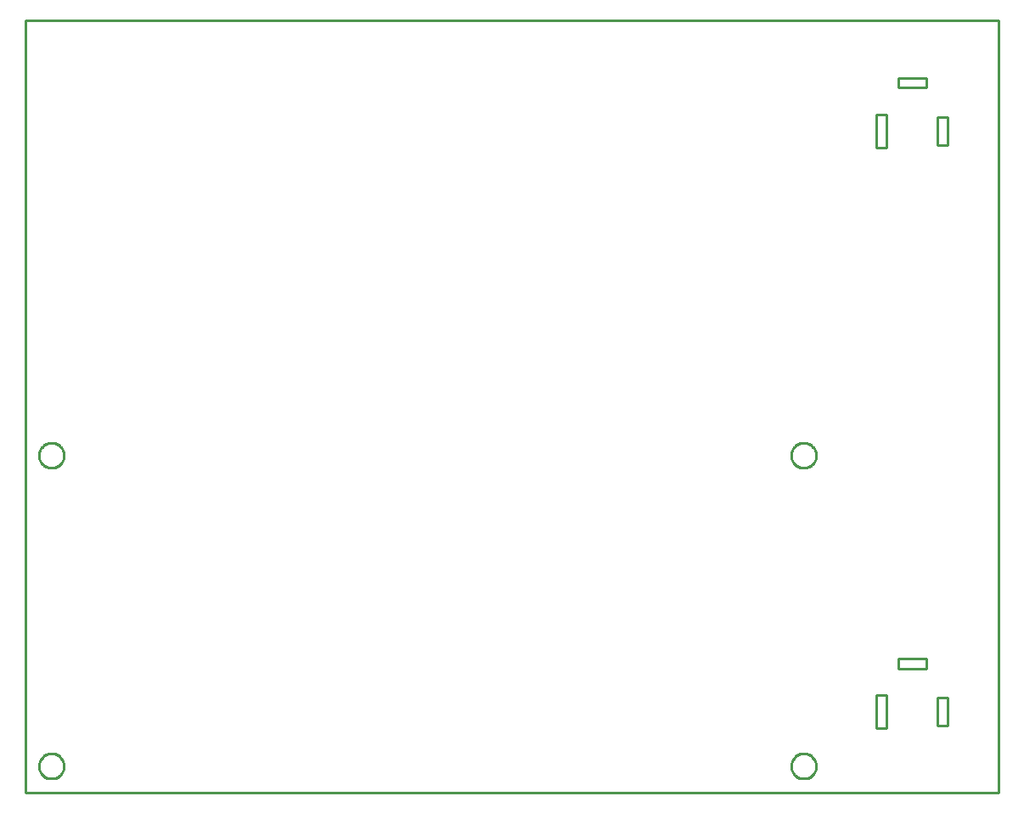
<source format=gbr>
G04 EAGLE Gerber RS-274X export*
G75*
%MOMM*%
%FSLAX34Y34*%
%LPD*%
%IN*%
%IPPOS*%
%AMOC8*
5,1,8,0,0,1.08239X$1,22.5*%
G01*
%ADD10C,0.254000*%


D10*
X0Y0D02*
X970000Y0D01*
X970000Y770000D01*
X0Y770000D01*
X0Y0D01*
X909450Y646010D02*
X919450Y646010D01*
X919450Y674010D01*
X909450Y674010D01*
X909450Y646010D01*
X870450Y703010D02*
X898450Y703010D01*
X898450Y713010D01*
X870450Y713010D01*
X870450Y703010D01*
X848450Y643510D02*
X858450Y643510D01*
X858450Y676510D01*
X848450Y676510D01*
X848450Y643510D01*
X909330Y66300D02*
X919330Y66300D01*
X919330Y94300D01*
X909330Y94300D01*
X909330Y66300D01*
X848330Y63800D02*
X858330Y63800D01*
X858330Y96800D01*
X848330Y96800D01*
X848330Y63800D01*
X870330Y123300D02*
X898330Y123300D01*
X898330Y133300D01*
X870330Y133300D01*
X870330Y123300D01*
X38200Y25739D02*
X38123Y24760D01*
X37969Y23790D01*
X37740Y22834D01*
X37436Y21900D01*
X37061Y20993D01*
X36615Y20118D01*
X36101Y19280D01*
X35524Y18485D01*
X34886Y17738D01*
X34192Y17044D01*
X33445Y16406D01*
X32650Y15829D01*
X31812Y15315D01*
X30937Y14869D01*
X30030Y14494D01*
X29096Y14190D01*
X28141Y13961D01*
X27170Y13807D01*
X26191Y13730D01*
X25209Y13730D01*
X24230Y13807D01*
X23260Y13961D01*
X22304Y14190D01*
X21370Y14494D01*
X20463Y14869D01*
X19588Y15315D01*
X18750Y15829D01*
X17955Y16406D01*
X17208Y17044D01*
X16514Y17738D01*
X15876Y18485D01*
X15299Y19280D01*
X14785Y20118D01*
X14339Y20993D01*
X13964Y21900D01*
X13660Y22834D01*
X13431Y23790D01*
X13277Y24760D01*
X13200Y25739D01*
X13200Y26721D01*
X13277Y27700D01*
X13431Y28671D01*
X13660Y29626D01*
X13964Y30560D01*
X14339Y31467D01*
X14785Y32342D01*
X15299Y33180D01*
X15876Y33975D01*
X16514Y34722D01*
X17208Y35416D01*
X17955Y36054D01*
X18750Y36631D01*
X19588Y37145D01*
X20463Y37591D01*
X21370Y37966D01*
X22304Y38270D01*
X23260Y38499D01*
X24230Y38653D01*
X25209Y38730D01*
X26191Y38730D01*
X27170Y38653D01*
X28141Y38499D01*
X29096Y38270D01*
X30030Y37966D01*
X30937Y37591D01*
X31812Y37145D01*
X32650Y36631D01*
X33445Y36054D01*
X34192Y35416D01*
X34886Y34722D01*
X35524Y33975D01*
X36101Y33180D01*
X36615Y32342D01*
X37061Y31467D01*
X37436Y30560D01*
X37740Y29626D01*
X37969Y28671D01*
X38123Y27700D01*
X38200Y26721D01*
X38200Y25739D01*
X788200Y25739D02*
X788123Y24760D01*
X787969Y23790D01*
X787740Y22834D01*
X787436Y21900D01*
X787061Y20993D01*
X786615Y20118D01*
X786101Y19280D01*
X785524Y18485D01*
X784886Y17738D01*
X784192Y17044D01*
X783445Y16406D01*
X782650Y15829D01*
X781812Y15315D01*
X780937Y14869D01*
X780030Y14494D01*
X779096Y14190D01*
X778141Y13961D01*
X777170Y13807D01*
X776191Y13730D01*
X775209Y13730D01*
X774230Y13807D01*
X773260Y13961D01*
X772304Y14190D01*
X771370Y14494D01*
X770463Y14869D01*
X769588Y15315D01*
X768750Y15829D01*
X767955Y16406D01*
X767208Y17044D01*
X766514Y17738D01*
X765876Y18485D01*
X765299Y19280D01*
X764785Y20118D01*
X764339Y20993D01*
X763964Y21900D01*
X763660Y22834D01*
X763431Y23790D01*
X763277Y24760D01*
X763200Y25739D01*
X763200Y26721D01*
X763277Y27700D01*
X763431Y28671D01*
X763660Y29626D01*
X763964Y30560D01*
X764339Y31467D01*
X764785Y32342D01*
X765299Y33180D01*
X765876Y33975D01*
X766514Y34722D01*
X767208Y35416D01*
X767955Y36054D01*
X768750Y36631D01*
X769588Y37145D01*
X770463Y37591D01*
X771370Y37966D01*
X772304Y38270D01*
X773260Y38499D01*
X774230Y38653D01*
X775209Y38730D01*
X776191Y38730D01*
X777170Y38653D01*
X778141Y38499D01*
X779096Y38270D01*
X780030Y37966D01*
X780937Y37591D01*
X781812Y37145D01*
X782650Y36631D01*
X783445Y36054D01*
X784192Y35416D01*
X784886Y34722D01*
X785524Y33975D01*
X786101Y33180D01*
X786615Y32342D01*
X787061Y31467D01*
X787436Y30560D01*
X787740Y29626D01*
X787969Y28671D01*
X788123Y27700D01*
X788200Y26721D01*
X788200Y25739D01*
X38200Y335739D02*
X38123Y334760D01*
X37969Y333790D01*
X37740Y332834D01*
X37436Y331900D01*
X37061Y330993D01*
X36615Y330118D01*
X36101Y329280D01*
X35524Y328485D01*
X34886Y327738D01*
X34192Y327044D01*
X33445Y326406D01*
X32650Y325829D01*
X31812Y325315D01*
X30937Y324869D01*
X30030Y324494D01*
X29096Y324190D01*
X28141Y323961D01*
X27170Y323807D01*
X26191Y323730D01*
X25209Y323730D01*
X24230Y323807D01*
X23260Y323961D01*
X22304Y324190D01*
X21370Y324494D01*
X20463Y324869D01*
X19588Y325315D01*
X18750Y325829D01*
X17955Y326406D01*
X17208Y327044D01*
X16514Y327738D01*
X15876Y328485D01*
X15299Y329280D01*
X14785Y330118D01*
X14339Y330993D01*
X13964Y331900D01*
X13660Y332834D01*
X13431Y333790D01*
X13277Y334760D01*
X13200Y335739D01*
X13200Y336721D01*
X13277Y337700D01*
X13431Y338671D01*
X13660Y339626D01*
X13964Y340560D01*
X14339Y341467D01*
X14785Y342342D01*
X15299Y343180D01*
X15876Y343975D01*
X16514Y344722D01*
X17208Y345416D01*
X17955Y346054D01*
X18750Y346631D01*
X19588Y347145D01*
X20463Y347591D01*
X21370Y347966D01*
X22304Y348270D01*
X23260Y348499D01*
X24230Y348653D01*
X25209Y348730D01*
X26191Y348730D01*
X27170Y348653D01*
X28141Y348499D01*
X29096Y348270D01*
X30030Y347966D01*
X30937Y347591D01*
X31812Y347145D01*
X32650Y346631D01*
X33445Y346054D01*
X34192Y345416D01*
X34886Y344722D01*
X35524Y343975D01*
X36101Y343180D01*
X36615Y342342D01*
X37061Y341467D01*
X37436Y340560D01*
X37740Y339626D01*
X37969Y338671D01*
X38123Y337700D01*
X38200Y336721D01*
X38200Y335739D01*
X788200Y335739D02*
X788123Y334760D01*
X787969Y333790D01*
X787740Y332834D01*
X787436Y331900D01*
X787061Y330993D01*
X786615Y330118D01*
X786101Y329280D01*
X785524Y328485D01*
X784886Y327738D01*
X784192Y327044D01*
X783445Y326406D01*
X782650Y325829D01*
X781812Y325315D01*
X780937Y324869D01*
X780030Y324494D01*
X779096Y324190D01*
X778141Y323961D01*
X777170Y323807D01*
X776191Y323730D01*
X775209Y323730D01*
X774230Y323807D01*
X773260Y323961D01*
X772304Y324190D01*
X771370Y324494D01*
X770463Y324869D01*
X769588Y325315D01*
X768750Y325829D01*
X767955Y326406D01*
X767208Y327044D01*
X766514Y327738D01*
X765876Y328485D01*
X765299Y329280D01*
X764785Y330118D01*
X764339Y330993D01*
X763964Y331900D01*
X763660Y332834D01*
X763431Y333790D01*
X763277Y334760D01*
X763200Y335739D01*
X763200Y336721D01*
X763277Y337700D01*
X763431Y338671D01*
X763660Y339626D01*
X763964Y340560D01*
X764339Y341467D01*
X764785Y342342D01*
X765299Y343180D01*
X765876Y343975D01*
X766514Y344722D01*
X767208Y345416D01*
X767955Y346054D01*
X768750Y346631D01*
X769588Y347145D01*
X770463Y347591D01*
X771370Y347966D01*
X772304Y348270D01*
X773260Y348499D01*
X774230Y348653D01*
X775209Y348730D01*
X776191Y348730D01*
X777170Y348653D01*
X778141Y348499D01*
X779096Y348270D01*
X780030Y347966D01*
X780937Y347591D01*
X781812Y347145D01*
X782650Y346631D01*
X783445Y346054D01*
X784192Y345416D01*
X784886Y344722D01*
X785524Y343975D01*
X786101Y343180D01*
X786615Y342342D01*
X787061Y341467D01*
X787436Y340560D01*
X787740Y339626D01*
X787969Y338671D01*
X788123Y337700D01*
X788200Y336721D01*
X788200Y335739D01*
M02*

</source>
